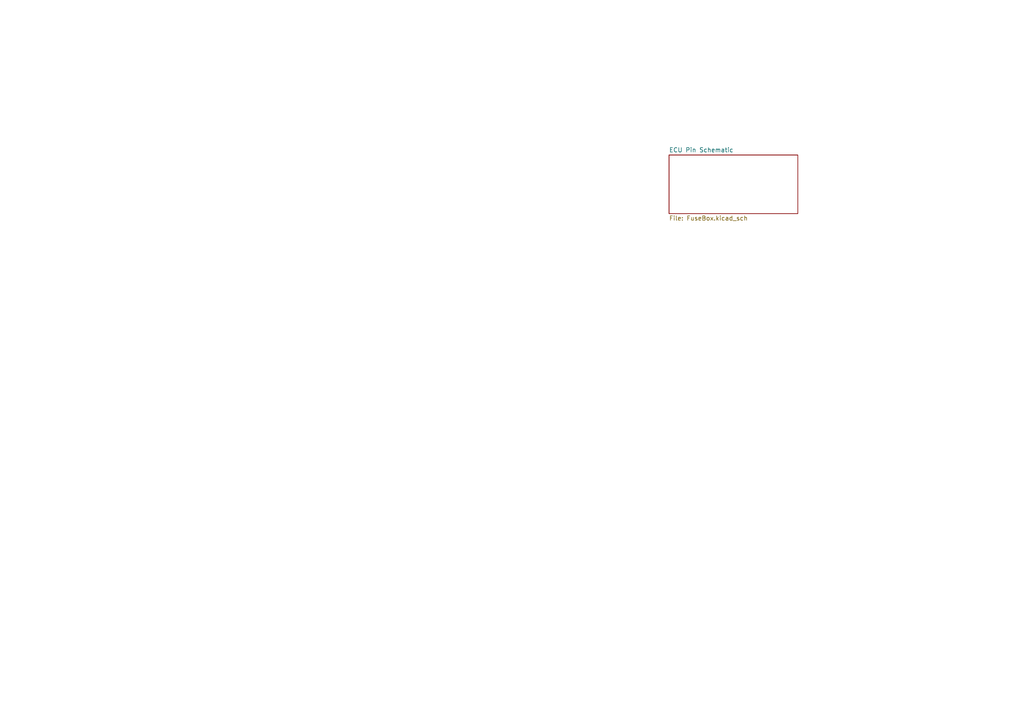
<source format=kicad_sch>
(kicad_sch (version 20211123) (generator eeschema)
  (paper "A4")
  (lib_symbols)
  (sheet (at 194.056 44.958) (size 37.338 17.018) (stroke (width 0.1524))
    (property "Sheet name" "ECU Pin Schematic" (at 194.056 44.2464 0) (effects (justify left bottom)))
    (property "Sheet file" "FuseBox.kicad_sch" (at 194.056 62.5606 0) (effects (justify left top)))
  )
)
</source>
